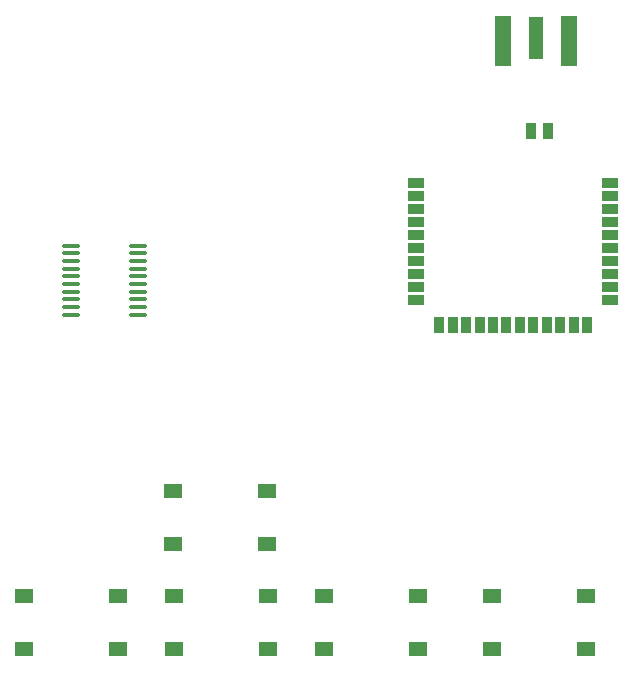
<source format=gbr>
%TF.GenerationSoftware,KiCad,Pcbnew,7.0.9*%
%TF.CreationDate,2025-10-08T14:44:38+03:00*%
%TF.ProjectId,signalgenerator-rounded,7369676e-616c-4676-956e-657261746f72,rev?*%
%TF.SameCoordinates,Original*%
%TF.FileFunction,Paste,Top*%
%TF.FilePolarity,Positive*%
%FSLAX46Y46*%
G04 Gerber Fmt 4.6, Leading zero omitted, Abs format (unit mm)*
G04 Created by KiCad (PCBNEW 7.0.9) date 2025-10-08 14:44:38*
%MOMM*%
%LPD*%
G01*
G04 APERTURE LIST*
G04 Aperture macros list*
%AMRoundRect*
0 Rectangle with rounded corners*
0 $1 Rounding radius*
0 $2 $3 $4 $5 $6 $7 $8 $9 X,Y pos of 4 corners*
0 Add a 4 corners polygon primitive as box body*
4,1,4,$2,$3,$4,$5,$6,$7,$8,$9,$2,$3,0*
0 Add four circle primitives for the rounded corners*
1,1,$1+$1,$2,$3*
1,1,$1+$1,$4,$5*
1,1,$1+$1,$6,$7*
1,1,$1+$1,$8,$9*
0 Add four rect primitives between the rounded corners*
20,1,$1+$1,$2,$3,$4,$5,0*
20,1,$1+$1,$4,$5,$6,$7,0*
20,1,$1+$1,$6,$7,$8,$9,0*
20,1,$1+$1,$8,$9,$2,$3,0*%
G04 Aperture macros list end*
%ADD10RoundRect,0.100000X-0.637500X-0.100000X0.637500X-0.100000X0.637500X0.100000X-0.637500X0.100000X0*%
%ADD11R,1.550000X1.300000*%
%ADD12R,1.270000X3.600000*%
%ADD13R,1.350000X4.200000*%
%ADD14R,1.403200X0.900000*%
%ADD15R,0.950000X1.403200*%
%ADD16R,0.900000X1.403200*%
G04 APERTURE END LIST*
D10*
%TO.C,U1*%
X45075000Y-43378600D03*
X45075000Y-44028600D03*
X45075000Y-44678600D03*
X45075000Y-45328600D03*
X45075000Y-45978600D03*
X45075000Y-46628600D03*
X45075000Y-47278600D03*
X45075000Y-47928600D03*
X45075000Y-48578600D03*
X45075000Y-49228600D03*
X50800000Y-49228600D03*
X50800000Y-48578600D03*
X50800000Y-47928600D03*
X50800000Y-47278600D03*
X50800000Y-46628600D03*
X50800000Y-45978600D03*
X50800000Y-45328600D03*
X50800000Y-44678600D03*
X50800000Y-44028600D03*
X50800000Y-43378600D03*
%TD*%
D11*
%TO.C,ENTER*%
X80725500Y-73031000D03*
X88675500Y-73031000D03*
X80725500Y-77531000D03*
X88675500Y-77531000D03*
%TD*%
%TO.C,LEFT*%
X41155500Y-73061000D03*
X49105500Y-73061000D03*
X41155500Y-77561000D03*
X49105500Y-77561000D03*
%TD*%
%TO.C,RIGHT*%
X66555500Y-73031000D03*
X74505500Y-73031000D03*
X66555500Y-77531000D03*
X74505500Y-77531000D03*
%TD*%
D12*
%TO.C,J6*%
X84486000Y-25835000D03*
D13*
X87311000Y-26035000D03*
X81661000Y-26035000D03*
%TD*%
D11*
%TO.C,UP*%
X61678500Y-68671000D03*
X53728500Y-68671000D03*
X61678500Y-64171000D03*
X53728500Y-64171000D03*
%TD*%
%TO.C,DOWN*%
X53855500Y-73061000D03*
X61805500Y-73061000D03*
X53855500Y-77561000D03*
X61805500Y-77561000D03*
%TD*%
D14*
%TO.C,M1*%
X74325000Y-38068000D03*
X74325000Y-39168000D03*
X74325000Y-40268000D03*
X74325000Y-41368000D03*
X74325000Y-42468000D03*
X74325000Y-43568000D03*
X74325000Y-44668000D03*
X74325000Y-45768000D03*
X74325000Y-46868000D03*
X74325000Y-47968000D03*
D15*
X76300000Y-50135000D03*
X77436400Y-50135000D03*
X78572700Y-50135000D03*
X79709100Y-50135000D03*
X80845500Y-50135000D03*
X81981800Y-50135000D03*
X83118200Y-50135000D03*
X84254500Y-50135000D03*
X85390900Y-50135000D03*
X86527300Y-50135000D03*
X87663600Y-50135000D03*
X88800000Y-50135000D03*
D14*
X90775000Y-47968000D03*
X90775000Y-46868000D03*
X90775000Y-45768000D03*
X90775000Y-44668000D03*
X90775000Y-43568000D03*
X90775000Y-42468000D03*
X90775000Y-41368000D03*
X90775000Y-40268000D03*
X90775000Y-39168000D03*
X90775000Y-38068000D03*
D16*
X85532300Y-33685000D03*
X84052300Y-33685000D03*
%TD*%
M02*

</source>
